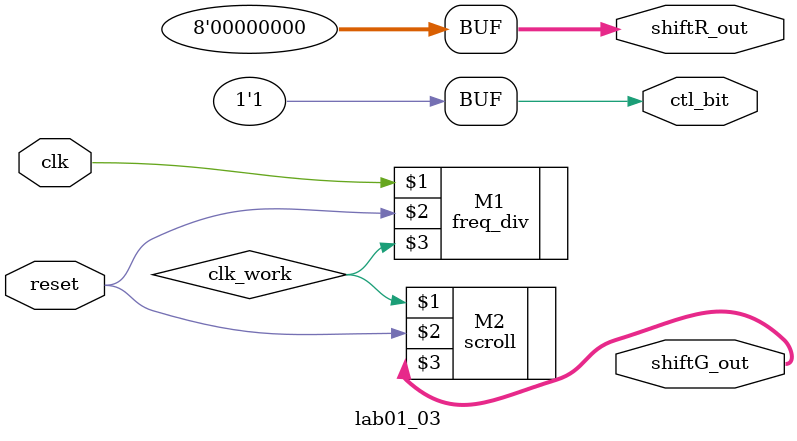
<source format=v>
module lab01_03(clk, reset, shiftR_out,  shiftG_out, ctl_bit);
input 	clk; // pin W16
input 	reset; // pin C16
output	[7:0]shiftR_out; 
// pin D7, D6, A9, C9, A8, C8, C11, B11
output	[7:0]shiftG_out; 
// pin A10 ,B10 ,A13 ,A12 ,B12 ,D12 ,A15 ,A14
assign shiftR_out =0;
output 	ctl_bit; // pin T22
assign 	ctl_bit= 1'b1;
freq_div#(20) M1 (clk, reset, clk_work); 
scroll M2 (clk_work, reset, shiftG_out);
endmodule	
</source>
